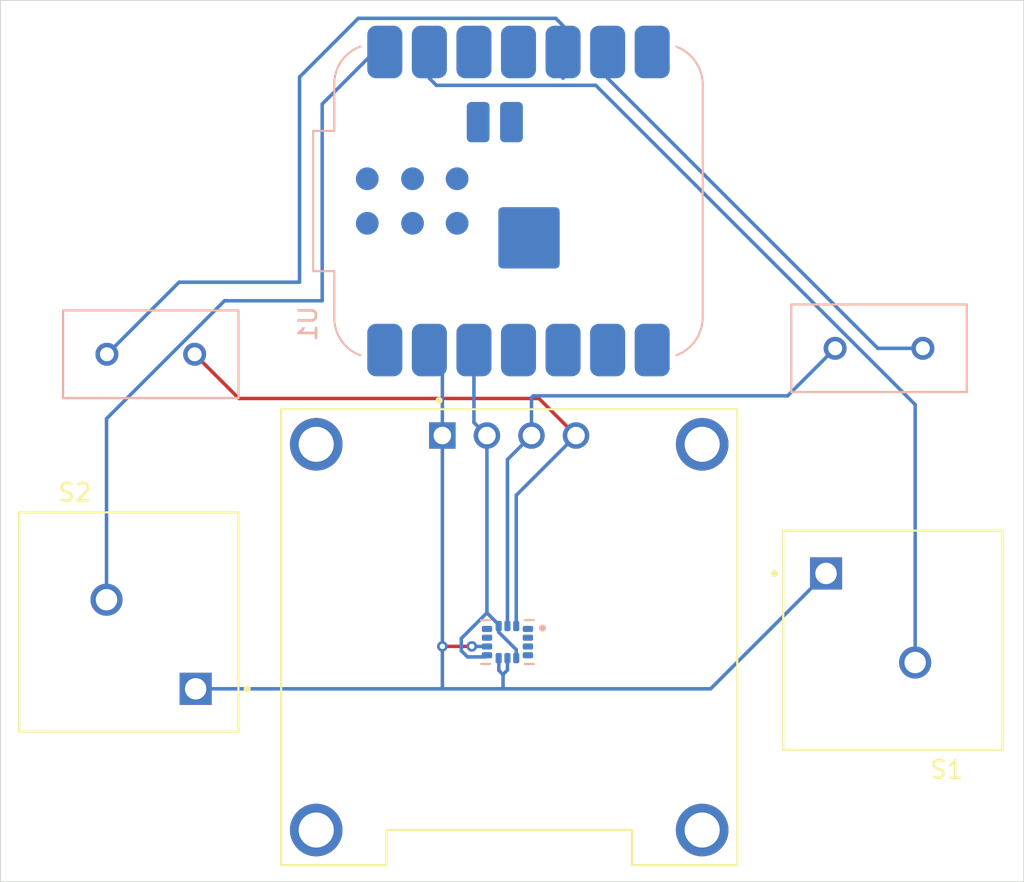
<source format=kicad_pcb>
(kicad_pcb (version 20241229) (generator "pcbnew") (generator_version "9.0")
  (layers (0 "F.Cu" signal) (2 "B.Cu" signal) (13 "F.Paste" user) (15 "B.Paste" user) (5 "F.SilkS" user "F.Silkscreen") (7 "B.SilkS" user "B.Silkscreen") (1 "F.Mask" user) (3 "B.Mask" user) (25 "Edge.Cuts" user))
  (net 0 "")
  (net 1 "SCL")
  (net 2 "Net-(U1-GPIO7{slash}SCL)")
  (net 3 "SDA")
  (net 4 "Net-(U1-GPIO6{slash}SDA)")
  (net 5 "GND")
  (net 6 "AddPeep")
  (net 7 "Reset")
  (net 14 "3V3")
  (footprint "NCA2:SW_NCA2" (layer "F.Cu") (at 168.37 76.87 180)
    (property "Reference" "S1" (at -3.075 -7.385 0) (layer "F.SilkS"))
    (property "Value" "NCA2")
    (fp_line (start 6.25 6.25) (end 6.25 -6.25) (stroke (width 0.127)) (layer "F.SilkS"))
    (fp_line (start 6.25 -6.25) (end -6.25 -6.25) (stroke (width 0.127)) (layer "F.SilkS"))
    (fp_line (start -6.25 6.25) (end 6.25 6.25) (stroke (width 0.127)) (layer "F.SilkS"))
    (fp_line (start -6.25 -6.25) (end -6.25 6.25) (stroke (width 0.127)) (layer "F.SilkS"))
    (fp_circle (center 6.75 3.81) (end 6.85 3.81) (stroke (width 0.2)) (fill no) (layer "F.SilkS"))
    (pad "" np_thru_hole circle (at -3.81 1.27 180) (size 1 1) (drill 1) (layers "*.Cu" "*.Mask"))
    (pad "" np_thru_hole circle (at 3.81 -3.81 180) (size 1 1) (drill 1) (layers "*.Cu" "*.Mask"))
    (pad "1" thru_hole rect (at 3.81 3.81 180) (size 1.83 1.83) (drill 1.22) (layers "*.Cu" "*.Mask") (net 5 "GND"))
    (pad "3" thru_hole circle (at -1.27 -1.27 180) (size 1.83 1.83) (drill 1.22) (layers "*.Cu" "*.Mask") (net 6 "AddPeep"))
  )
  (footprint "NCA2:SW_NCA2" (layer "F.Cu") (at 124.8175 75.83)
    (property "Reference" "S2" (at -3.075 -7.385 0) (layer "F.SilkS"))
    (property "Value" "NCA2")
    (fp_line (start -6.25 -6.25) (end -6.25 6.25) (stroke (width 0.127)) (layer "F.SilkS"))
    (fp_line (start -6.25 6.25) (end 6.25 6.25) (stroke (width 0.127)) (layer "F.SilkS"))
    (fp_line (start 6.25 -6.25) (end -6.25 -6.25) (stroke (width 0.127)) (layer "F.SilkS"))
    (fp_line (start 6.25 6.25) (end 6.25 -6.25) (stroke (width 0.127)) (layer "F.SilkS"))
    (fp_circle (center 6.75 3.81) (end 6.85 3.81) (stroke (width 0.2)) (fill no) (layer "F.SilkS"))
    (pad "" np_thru_hole circle (at -3.81 1.27) (size 1 1) (drill 1) (layers "*.Cu" "*.Mask"))
    (pad "" np_thru_hole circle (at 3.81 -3.81) (size 1 1) (drill 1) (layers "*.Cu" "*.Mask"))
    (pad "1" thru_hole rect (at 3.81 3.81) (size 1.83 1.83) (drill 1.22) (layers "*.Cu" "*.Mask") (net 5 "GND"))
    (pad "3" thru_hole circle (at -1.27 -1.27) (size 1.83 1.83) (drill 1.22) (layers "*.Cu" "*.Mask") (net 7 "Reset"))
  )
  (footprint "DM-OLED096-636:MODULE_DM-OLED096-636" (layer "F.Cu") (at 146.5 76.695)
    (property "Reference" "U2" (hide yes))
    (property "Value" "DM-OLED096-636" (hide yes))
    (fp_line (start -13 -13) (end 13 -13) (stroke (width 0.127)) (layer "F.SilkS"))
    (fp_line (start -13 13) (end -13 -13) (stroke (width 0.127)) (layer "F.SilkS"))
    (fp_line (start -7 11) (end -7 13) (stroke (width 0.127)) (layer "F.SilkS"))
    (fp_line (start -7 13) (end -13 13) (stroke (width 0.127)) (layer "F.SilkS"))
    (fp_line (start 7 11) (end -7 11) (stroke (width 0.127)) (layer "F.SilkS"))
    (fp_line (start 7 13) (end 7 11) (stroke (width 0.127)) (layer "F.SilkS"))
    (fp_line (start 13 -13) (end 13 13) (stroke (width 0.127)) (layer "F.SilkS"))
    (fp_line (start 13 13) (end 7 13) (stroke (width 0.127)) (layer "F.SilkS"))
    (fp_circle (center -4 -13.5) (end -3.9 -13.5) (stroke (width 0.2)) (fill no) (layer "F.SilkS"))
    (pad "1" thru_hole rect (at -3.81 -11.5) (size 1.508 1.508) (drill 1) (layers "*.Cu" "*.Mask") (net 5 "GND"))
    (pad "2" thru_hole circle (at -1.27 -11.5) (size 1.508 1.508) (drill 1) (layers "*.Cu" "*.Mask") (net 14 "3V3"))
    (pad "3" thru_hole circle (at 1.27 -11.5) (size 1.508 1.508) (drill 1) (layers "*.Cu" "*.Mask") (net 1 "SCL"))
    (pad "4" thru_hole circle (at 3.81 -11.5) (size 1.508 1.508) (drill 1) (layers "*.Cu" "*.Mask") (net 3 "SDA"))
    (pad "S1" thru_hole circle (at -11 -11) (size 3 3) (drill 2) (layers "*.Cu" "*.Mask"))
    (pad "S2" thru_hole circle (at 11 -11) (size 3 3) (drill 2) (layers "*.Cu" "*.Mask"))
    (pad "S3" thru_hole circle (at 11 11) (size 3 3) (drill 2) (layers "*.Cu" "*.Mask"))
    (pad "S4" thru_hole circle (at -11 11) (size 3 3) (drill 2) (layers "*.Cu" "*.Mask"))
  )
  (footprint "CF12JT4K70:XTAL_ZTA-2.44MG" (layer "B.Cu") (at 167.58 60.22)
    (property "Reference" "R1" (hide yes))
    (property "Value" "R")
    (fp_line (start -5 -2.5) (end 5 -2.5) (stroke (width 0.127)) (layer "B.SilkS"))
    (fp_line (start -5 2.5) (end -5 -2.5) (stroke (width 0.127)) (layer "B.SilkS"))
    (fp_line (start 5 -2.5) (end 5 2.5) (stroke (width 0.127)) (layer "B.SilkS"))
    (fp_line (start 5 2.5) (end -5 2.5) (stroke (width 0.127)) (layer "B.SilkS"))
    (pad "1" thru_hole circle (at -2.5 0) (size 1.308 1.308) (drill 0.8) (layers "*.Cu" "*.Mask") (net 1 "SCL"))
    (pad "2" thru_hole circle (at 2.5 0) (size 1.308 1.308) (drill 0.8) (layers "*.Cu" "*.Mask") (net 2 "Net-(U1-GPIO7{slash}SCL)"))
  )
  (footprint "RF_Module:MCU_Seeed_ESP32C3" (layer "B.Cu") (at 147.03 51.82 -90)
    (property "Reference" "U1" (at 7 12 90) (layer "B.SilkS") (effects (justify mirror)))
    (property "Value" "XIAO-RP2040-DIP")
    (fp_line (start -4 11.7) (end 4 11.7) (stroke (width 0.12)) (layer "B.SilkS"))
    (fp_line (start 4 11.7) (end 4 10.5) (stroke (width 0.12)) (layer "B.SilkS"))
    (fp_line (start -4 10.5) (end -4 11.7) (stroke (width 0.12)) (layer "B.SilkS"))
    (fp_line (start -4 10.5) (end -6.6 10.5) (stroke (width 0.12)) (layer "B.SilkS"))
    (fp_line (start 6.6 10.5) (end 4 10.5) (stroke (width 0.12)) (layer "B.SilkS"))
    (fp_line (start -6.7 -10.5) (end 6.7 -10.5) (stroke (width 0.12)) (layer "B.SilkS"))
    (fp_arc (start -6.600468 10.499999) (mid -7.949609 10.111769) (end -8.812892 9.00468) (stroke (width 0.12)) (layer "B.SilkS"))
    (fp_arc (start 8.804034 9.001464) (mid 7.944325 10.107118) (end 6.6 10.499999) (stroke (width 0.12)) (layer "B.SilkS"))
    (fp_arc (start -8.8 -9) (mid -7.977232 -10.068125) (end -6.7 -10.5) (stroke (width 0.12)) (layer "B.SilkS"))
    (fp_arc (start 6.7 -10.5) (mid 7.977231 -10.068123) (end 8.8 -9) (stroke (width 0.12)) (layer "B.SilkS"))
    (pad "1" smd roundrect (at -8.5 7.62 270) (size 3 2) (layers "B.Cu" "B.Mask" "B.Paste") (net 7 "Reset"))
    (pad "2" smd roundrect (at -8.5 5.08 270) (size 3 2) (layers "B.Cu" "B.Mask" "B.Paste") (net 6 "AddPeep"))
    (pad "3" smd roundrect (at -8.5 2.54 270) (size 3 2) (layers "B.Cu" "B.Mask" "B.Paste"))
    (pad "4" smd roundrect (at -8.5 0 270) (size 3 2) (layers "B.Cu" "B.Mask" "B.Paste"))
    (pad "5" smd roundrect (at -8.5 -2.54 270) (size 3 2) (layers "B.Cu" "B.Mask" "B.Paste") (net 4 "Net-(U1-GPIO6{slash}SDA)"))
    (pad "6" smd roundrect (at -8.5 -5.08 270) (size 3 2) (layers "B.Cu" "B.Mask" "B.Paste") (net 2 "Net-(U1-GPIO7{slash}SCL)"))
    (pad "7" smd roundrect (at -8.5 -7.62 270) (size 3 2) (layers "B.Cu" "B.Mask" "B.Paste"))
    (pad "8" smd roundrect (at 8.5 -7.62 270) (size 3 2) (layers "B.Cu" "B.Mask" "B.Paste"))
    (pad "9" smd roundrect (at 8.5 -5.08 270) (size 3 2) (layers "B.Cu" "B.Mask" "B.Paste"))
    (pad "10" smd roundrect (at 8.5 -2.54 270) (size 3 2) (layers "B.Cu" "B.Mask" "B.Paste"))
    (pad "11" smd roundrect (at 8.5 0 270) (size 3 2) (layers "B.Cu" "B.Mask" "B.Paste"))
    (pad "12" smd roundrect (at 8.5 2.54 270) (size 3 2) (layers "B.Cu" "B.Mask" "B.Paste") (net 14 "3V3"))
    (pad "13" smd roundrect (at 8.5 5.08 270) (size 3 2) (layers "B.Cu" "B.Mask" "B.Paste") (net 5 "GND"))
    (pad "14" smd roundrect (at 8.5 7.62 270) (size 3 2) (layers "B.Cu" "B.Mask" "B.Paste"))
    (pad "15" smd roundrect (at 2.1 -0.6 270) (size 3.5 3.5) (property pad_prop_heatsink) (layers "B.Cu" "B.Mask") (roundrect_rratio 0.07142857143))
    (pad "16" smd roundrect (at -4.5 0.4 270) (size 2.3 1.3) (layers "B.Cu" "B.Mask" "B.Paste") (roundrect_rratio 0.1923076923))
    (pad "17" smd roundrect (at -4.5 2.3 270) (size 2.3 1.3) (layers "B.Cu" "B.Mask" "B.Paste") (roundrect_rratio 0.1923076923))
    (pad "18" smd circle (at -1.27 8.62 270) (size 1.3 1.3) (layers "B.Cu" "B.Mask" "B.Paste"))
    (pad "19" smd circle (at -1.27 6.04 270) (size 1.3 1.3) (layers "B.Cu" "B.Mask" "B.Paste"))
    (pad "20" smd circle (at -1.27 3.5 270) (size 1.3 1.3) (layers "B.Cu" "B.Mask" "B.Paste"))
    (pad "21" smd circle (at 1.27 3.5 270) (size 1.3 1.3) (layers "B.Cu" "B.Mask" "B.Paste"))
    (pad "22" smd circle (at 1.27 6.04 270) (size 1.3 1.3) (layers "B.Cu" "B.Mask" "B.Paste"))
    (pad "23" smd circle (at 1.27 8.62 270) (size 1.3 1.3) (layers "B.Cu" "B.Mask" "B.Paste"))
  )
  (footprint "ICM-42688-P:PQFN50P300X250X97-14N" (layer "B.Cu") (at 146.4 76.975 180)
    (property "Reference" "U3" (hide yes))
    (property "Value" "ICM-42688-P")
    (fp_line (start 1.5 -1.25) (end 0.99 -1.25) (stroke (width 0.127)) (layer "B.SilkS"))
    (fp_line (start 0.99 1.25) (end 1.5 1.25) (stroke (width 0.127)) (layer "B.SilkS"))
    (fp_line (start -1.5 1.25) (end -0.99 1.25) (stroke (width 0.127)) (layer "B.SilkS"))
    (fp_line (start -1.5 -1.25) (end -0.99 -1.25) (stroke (width 0.127)) (layer "B.SilkS"))
    (fp_circle (center -2 0.8) (end -1.9 0.8) (stroke (width 0.2)) (fill no) (layer "B.SilkS"))
    (pad "1" smd roundrect (at -1.165 0.75 180) (size 0.59 0.35) (layers "B.Cu" "B.Paste"))
    (pad "2" smd roundrect (at -1.165 0.25 180) (size 0.59 0.35) (layers "B.Cu" "B.Paste"))
    (pad "3" smd roundrect (at -1.165 -0.25 180) (size 0.59 0.35) (layers "B.Cu" "B.Paste"))
    (pad "4" smd roundrect (at -1.165 -0.75 180) (size 0.59 0.35) (layers "B.Cu" "B.Paste"))
    (pad "5" smd roundrect (at -0.5 -0.915 180) (size 0.35 0.59) (layers "B.Cu" "B.Paste") (net 14 "3V3"))
    (pad "6" smd roundrect (at 0 -0.915 180) (size 0.35 0.59) (layers "B.Cu" "B.Paste") (net 5 "GND"))
    (pad "7" smd roundrect (at 0.5 -0.915 180) (size 0.35 0.59) (layers "B.Cu" "B.Paste") (net 5 "GND"))
    (pad "8" smd roundrect (at 1.165 -0.75 180) (size 0.59 0.35) (layers "B.Cu" "B.Paste") (net 14 "3V3"))
    (pad "9" smd roundrect (at 1.165 -0.25 180) (size 0.59 0.35) (layers "B.Cu" "B.Paste") (net 5 "GND"))
    (pad "10" smd roundrect (at 1.165 0.25 180) (size 0.59 0.35) (layers "B.Cu" "B.Paste"))
    (pad "11" smd roundrect (at 1.165 0.75 180) (size 0.59 0.35) (layers "B.Cu" "B.Paste"))
    (pad "12" smd roundrect (at 0.5 0.915 180) (size 0.35 0.59) (layers "B.Cu" "B.Paste") (net 14 "3V3"))
    (pad "13" smd roundrect (at 0 0.915 180) (size 0.35 0.59) (layers "B.Cu" "B.Paste") (net 1 "SCL"))
    (pad "14" smd roundrect (at -0.5 0.915 180) (size 0.35 0.59) (layers "B.Cu" "B.Paste") (net 3 "SDA"))
  )
  (footprint "CF12JT4K70:XTAL_ZTA-2.44MG" (layer "B.Cu") (at 126.07 60.56)
    (property "Reference" "R2" (hide yes))
    (property "Value" "R")
    (fp_line (start -5 -2.5) (end 5 -2.5) (stroke (width 0.127)) (layer "B.SilkS"))
    (fp_line (start -5 2.5) (end -5 -2.5) (stroke (width 0.127)) (layer "B.SilkS"))
    (fp_line (start 5 -2.5) (end 5 2.5) (stroke (width 0.127)) (layer "B.SilkS"))
    (fp_line (start 5 2.5) (end -5 2.5) (stroke (width 0.127)) (layer "B.SilkS"))
    (pad "1" thru_hole circle (at -2.5 0) (size 1.308 1.308) (drill 0.8) (layers "*.Cu" "*.Mask") (net 4 "Net-(U1-GPIO6{slash}SDA)"))
    (pad "2" thru_hole circle (at 2.5 0) (size 1.308 1.308) (drill 0.8) (layers "*.Cu" "*.Mask") (net 3 "SDA"))
  )
  (gr_rect (start 117.5 40.38) (end 175.83 90.65) (stroke (width 0.05)) (fill no) (layer "Edge.Cuts"))
  (segment (start 162.37 62.93) (end 147.87 62.93) (width 0.2) (layer "B.Cu") (net 1))
  (segment (start 146.4 76.06) (end 146.4 66.565) (width 0.2) (layer "B.Cu") (net 1))
  (segment (start 147.77 63.03) (end 147.77 65.195) (width 0.2) (layer "B.Cu") (net 1))
  (segment (start 146.4 66.565) (end 147.77 65.195) (width 0.2) (layer "B.Cu") (net 1))
  (segment (start 165.08 60.22) (end 162.37 62.93) (width 0.2) (layer "B.Cu") (net 1))
  (segment (start 147.87 62.93) (end 147.77 63.03) (width 0.2) (layer "B.Cu") (net 1))
  (segment (start 152.11 44.82) (end 152.11 43.32) (width 0.2) (layer "B.Cu") (net 2))
  (segment (start 170.08 60.22) (end 167.51 60.22) (width 0.2) (layer "B.Cu") (net 2))
  (segment (start 167.51 60.22) (end 152.11 44.82) (width 0.2) (layer "B.Cu") (net 2))
  (segment (start 128.57 60.56) (end 131.09 63.08) (width 0.2) (layer "F.Cu") (net 3))
  (segment (start 131.09 63.08) (end 148.195 63.08) (width 0.2) (layer "F.Cu") (net 3))
  (segment (start 148.195 63.08) (end 150.31 65.195) (width 0.2) (layer "F.Cu") (net 3))
  (segment (start 146.9 76.06) (end 146.9 68.605) (width 0.2) (layer "B.Cu") (net 3))
  (segment (start 146.9 68.605) (end 150.31 65.195) (width 0.2) (layer "B.Cu") (net 3))
  (segment (start 127.68 56.45) (end 134.55 56.45) (width 0.2) (layer "B.Cu") (net 4))
  (segment (start 137.9 41.4) (end 149.15 41.4) (width 0.2) (layer "B.Cu") (net 4))
  (segment (start 134.55 44.75) (end 137.9 41.4) (width 0.2) (layer "B.Cu") (net 4))
  (segment (start 149.57 41.82) (end 149.57 43.32) (width 0.2) (layer "B.Cu") (net 4))
  (segment (start 149.57 43.32) (end 149.57 44.82) (width 0.2) (layer "B.Cu") (net 4))
  (segment (start 123.57 60.56) (end 127.68 56.45) (width 0.2) (layer "B.Cu") (net 4))
  (segment (start 134.55 56.45) (end 134.55 44.75) (width 0.2) (layer "B.Cu") (net 4))
  (segment (start 149.15 41.4) (end 149.57 41.82) (width 0.2) (layer "B.Cu") (net 4))
  (segment (start 144.37 77.22) (end 142.69 77.22) (width 0.2) (layer "F.Cu") (net 5))
  (via (at 142.69 77.22) (size 0.6) (drill 0.3) (layers "F.Cu" "B.Cu") (net 5))
  (via (at 144.37 77.22) (size 0.6) (drill 0.3) (layers "F.Cu" "B.Cu") (net 5))
  (segment (start 128.6275 79.64) (end 146.15 79.64) (width 0.2) (layer "B.Cu") (net 5))
  (segment (start 157.98 79.64) (end 146.15 79.64) (width 0.2) (layer "B.Cu") (net 5))
  (segment (start 142.69 77.22) (end 142.69 79.62) (width 0.2) (layer "B.Cu") (net 5))
  (segment (start 145.91 77.9) (end 145.91 78.59) (width 0.2) (layer "B.Cu") (net 5))
  (segment (start 145.91 78.59) (end 146.13 78.81) (width 0.2) (layer "B.Cu") (net 5))
  (segment (start 146.4 77.89) (end 146.4 78.57) (width 0.2) (layer "B.Cu") (net 5))
  (segment (start 146.13 78.81) (end 146.16 78.81) (width 0.2) (layer "B.Cu") (net 5))
  (segment (start 142.69 65.195) (end 142.69 77.22) (width 0.2) (layer "B.Cu") (net 5))
  (segment (start 142.69 65.195) (end 142.69 61.06) (width 0.2) (layer "B.Cu") (net 5))
  (segment (start 146.4 78.57) (end 146.16 78.81) (width 0.2) (layer "B.Cu") (net 5))
  (segment (start 144.375 77.225) (end 144.37 77.22) (width 0.2) (layer "B.Cu") (net 5))
  (segment (start 145.9 77.89) (end 145.91 77.9) (width 0.2) (layer "B.Cu") (net 5))
  (segment (start 145.235 77.225) (end 144.375 77.225) (width 0.2) (layer "B.Cu") (net 5))
  (segment (start 146.15 78.82) (end 146.15 79.64) (width 0.2) (layer "B.Cu") (net 5))
  (segment (start 146.16 78.81) (end 146.15 78.82) (width 0.2) (layer "B.Cu") (net 5))
  (segment (start 142.69 61.06) (end 141.95 60.32) (width 0.2) (layer "B.Cu") (net 5))
  (segment (start 164.56 73.06) (end 157.98 79.64) (width 0.2) (layer "B.Cu") (net 5))
  (segment (start 142.351 45.221) (end 141.95 44.82) (width 0.2) (layer "B.Cu") (net 6))
  (segment (start 169.64 63.429426) (end 151.431574 45.221) (width 0.2) (layer "B.Cu") (net 6))
  (segment (start 141.95 44.82) (end 141.95 43.32) (width 0.2) (layer "B.Cu") (net 6))
  (segment (start 151.431574 45.221) (end 142.351 45.221) (width 0.2) (layer "B.Cu") (net 6))
  (segment (start 169.64 78.14) (end 169.64 63.429426) (width 0.2) (layer "B.Cu") (net 6))
  (segment (start 138.81 43.32) (end 139.41 43.32) (width 0.2) (layer "B.Cu") (net 7))
  (segment (start 135.84 46.29) (end 138.81 43.32) (width 0.2) (layer "B.Cu") (net 7))
  (segment (start 123.5475 74.56) (end 123.5475 64.231926) (width 0.2) (layer "B.Cu") (net 7))
  (segment (start 123.5475 64.231926) (end 130.269426 57.51) (width 0.2) (layer "B.Cu") (net 7))
  (segment (start 135.84 57.51) (end 135.84 46.29) (width 0.2) (layer "B.Cu") (net 7))
  (segment (start 130.269426 57.51) (end 135.84 57.51) (width 0.2) (layer "B.Cu") (net 7))
  (segment (start 145.9 75.98) (end 145.23 75.31) (width 0.2) (layer "B.Cu") (net 14))
  (segment (start 145.235 77.725) (end 145.139 77.821) (width 0.2) (layer "B.Cu") (net 14))
  (segment (start 145.9 76.06) (end 145.9 75.98) (width 0.2) (layer "B.Cu") (net 14))
  (segment (start 146.9 77.89) (end 146.9 77.406848) (width 0.2) (layer "B.Cu") (net 14))
  (segment (start 144.49 60.32) (end 144.49 64.455) (width 0.2) (layer "B.Cu") (net 14))
  (segment (start 146.9 77.406848) (end 145.9 76.406848) (width 0.2) (layer "B.Cu") (net 14))
  (segment (start 143.769 76.771) (end 145.23 75.31) (width 0.2) (layer "B.Cu") (net 14))
  (segment (start 143.769 77.468943) (end 143.769 76.771) (width 0.2) (layer "B.Cu") (net 14))
  (segment (start 145.139 77.821) (end 144.121057 77.821) (width 0.2) (layer "B.Cu") (net 14))
  (segment (start 144.49 64.455) (end 145.23 65.195) (width 0.2) (layer "B.Cu") (net 14))
  (segment (start 145.23 75.31) (end 145.23 65.195) (width 0.2) (layer "B.Cu") (net 14))
  (segment (start 145.9 76.406848) (end 145.9 76.06) (width 0.2) (layer "B.Cu") (net 14))
  (segment (start 144.121057 77.821) (end 143.769 77.468943) (width 0.2) (layer "B.Cu") (net 14))
)
</source>
